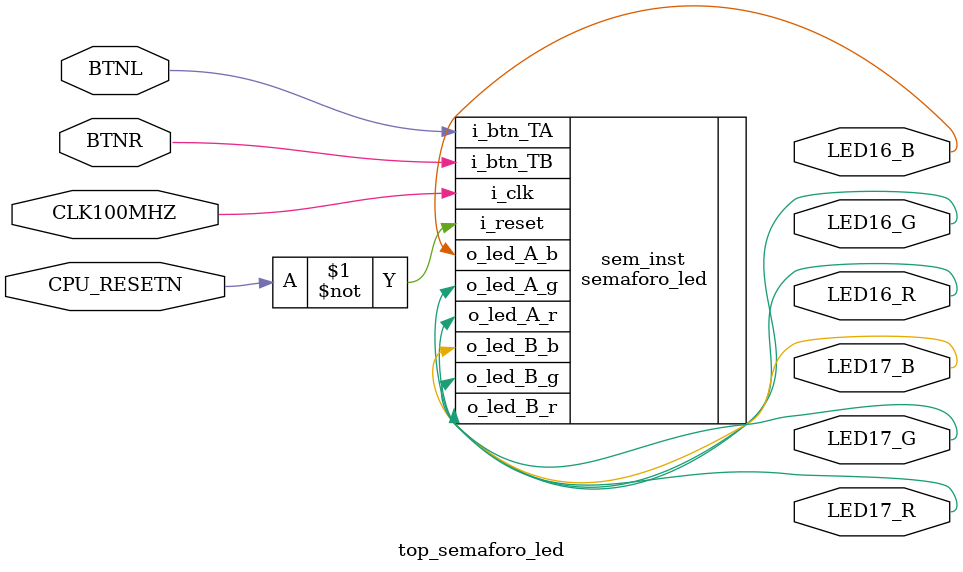
<source format=sv>
module top_semaforo_led(
        input  logic CLK100MHZ, CPU_RESETN,
        input  logic BTNL, BTNR,
        output logic LED16_B, LED16_G, LED16_R,
        output logic LED17_B, LED17_G, LED17_R
    );

    logic [1:0] color_A;
    logic [1:0] color_B;

    semaforo_led sem_inst (
        .i_clk     (CLK100MHZ),
        .i_reset   (~CPU_RESETN),
        .i_btn_TA  (BTNL),
        .i_btn_TB  (BTNR),
        .o_led_A_r (LED16_R),
        .o_led_A_g (LED16_G),
        .o_led_A_b (LED16_B),
        .o_led_B_r (LED17_R),
        .o_led_B_g (LED17_G),
        .o_led_B_b (LED17_B)
    );

endmodule
</source>
